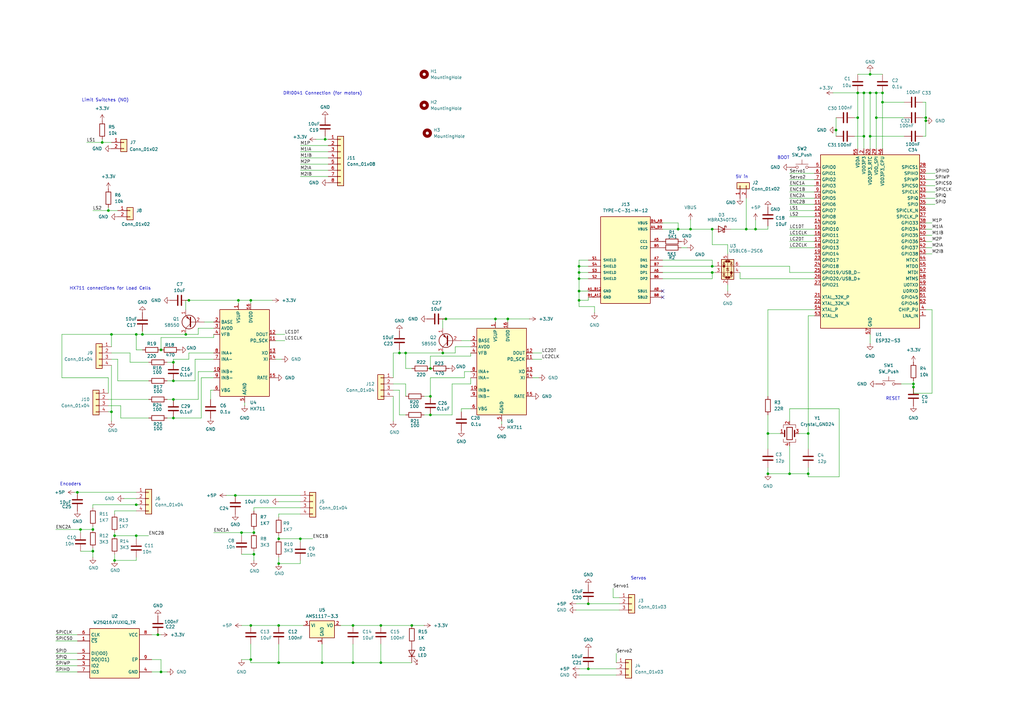
<source format=kicad_sch>
(kicad_sch (version 20231120) (generator "eeschema") (generator_version "8.0")
  (paper "A3")
  (junction (at 331.47 177.8))
  (junction (at 41.91 58.42))
  (junction (at 163.83 144.78))
  (junction (at 237.49 123.19))
  (junction (at 123.19 220.98))
  (junction (at 354.33 38.1))
  (junction (at 38.1 217.17))
  (junction (at 102.87 123.19))
  (junction (at 99.06 218.44))
  (junction (at 182.88 130.81))
  (junction (at 114.3 256.54))
  (junction (at 176.53 170.18))
  (junction (at 44.45 86.36))
  (junction (at 351.79 48.26))
  (junction (at 144.78 271.78))
  (junction (at 314.96 194.31))
  (junction (at 168.91 256.54))
  (junction (at 156.21 256.54))
  (junction (at 176.53 162.56))
  (junction (at 133.35 57.15))
  (junction (at 114.3 220.98))
  (junction (at 379.73 48.26))
  (junction (at 104.14 227.33))
  (junction (at 356.87 38.1))
  (junction (at 314.96 177.8))
  (junction (at 33.02 217.17))
  (junction (at 306.07 93.98))
  (junction (at 114.3 271.78))
  (junction (at 55.88 219.71))
  (junction (at 237.49 111.76))
  (junction (at 181.61 144.78))
  (junction (at 71.12 148.59))
  (junction (at 374.65 157.48))
  (junction (at 342.9 53.34))
  (junction (at 359.41 48.26))
  (junction (at 76.2 137.16))
  (junction (at 102.87 256.54))
  (junction (at 66.04 275.59))
  (junction (at 283.21 93.98))
  (junction (at 58.42 137.16))
  (junction (at 45.72 168.91))
  (junction (at 354.33 55.88))
  (junction (at 114.3 231.14))
  (junction (at 237.49 109.22))
  (junction (at 361.95 41.91))
  (junction (at 71.12 156.21))
  (junction (at 292.1 93.98))
  (junction (at 361.95 38.1))
  (junction (at 374.65 158.75))
  (junction (at 241.3 274.32))
  (junction (at 71.12 163.83))
  (junction (at 331.47 194.31))
  (junction (at 351.79 38.1))
  (junction (at 64.77 260.35))
  (junction (at 77.47 123.19))
  (junction (at 104.14 218.44))
  (junction (at 176.53 151.13))
  (junction (at 166.37 144.78))
  (junction (at 356.87 55.88))
  (junction (at 132.08 271.78))
  (junction (at 45.72 137.16))
  (junction (at 237.49 114.3))
  (junction (at 31.75 201.93))
  (junction (at 208.28 130.81))
  (junction (at 156.21 271.78))
  (junction (at 309.88 93.98))
  (junction (at 55.88 207.01))
  (junction (at 278.13 93.98))
  (junction (at 203.2 130.81))
  (junction (at 55.88 137.16))
  (junction (at 46.99 229.87))
  (junction (at 66.04 143.51))
  (junction (at 241.3 247.65))
  (junction (at 38.1 226.06))
  (junction (at 356.87 30.48))
  (junction (at 102.87 270.51))
  (junction (at 144.78 256.54))
  (junction (at 46.99 219.71))
  (junction (at 323.85 194.31))
  (junction (at 97.79 123.19))
  (junction (at 237.49 119.38))
  (junction (at 71.12 171.45))
  (junction (at 379.73 49.53))
  (junction (at 96.52 203.2))
  (junction (at 292.1 111.76))
  (junction (at 359.41 38.1))
  (junction (at 292.1 109.22))
  (no_connect (at 271.78 119.38))
  (no_connect (at 271.78 121.92))
  (wire (pts (xy 156.21 271.78) (xy 144.78 271.78)))
  (wire (pts (xy 303.53 114.3) (xy 303.53 111.76)))
  (wire (pts (xy 53.34 148.59) (xy 53.34 144.78)))
  (wire (pts (xy 241.3 119.38) (xy 237.49 119.38)))
  (wire (pts (xy 323.85 109.22) (xy 323.85 111.76)))
  (wire (pts (xy 62.23 275.59) (xy 66.04 275.59)))
  (wire (pts (xy 379.73 127) (xy 382.27 127)))
  (wire (pts (xy 163.83 170.18) (xy 163.83 160.02)))
  (wire (pts (xy 292.1 100.33) (xy 298.45 100.33)))
  (wire (pts (xy 62.23 270.51) (xy 66.04 270.51)))
  (wire (pts (xy 356.87 38.1) (xy 359.41 38.1)))
  (wire (pts (xy 237.49 123.19) (xy 237.49 125.73)))
  (wire (pts (xy 252.73 267.97) (xy 252.73 271.78)))
  (wire (pts (xy 236.22 247.65) (xy 241.3 247.65)))
  (wire (pts (xy 60.96 156.21) (xy 48.26 156.21)))
  (wire (pts (xy 237.49 274.32) (xy 241.3 274.32)))
  (wire (pts (xy 77.47 147.32) (xy 77.47 144.78)))
  (wire (pts (xy 102.87 123.19) (xy 102.87 124.46)))
  (wire (pts (xy 123.19 62.23) (xy 134.62 62.23)))
  (wire (pts (xy 66.04 138.43) (xy 66.04 143.51)))
  (wire (pts (xy 181.61 144.78) (xy 166.37 144.78)))
  (wire (pts (xy 99.06 218.44) (xy 104.14 218.44)))
  (wire (pts (xy 356.87 140.97) (xy 356.87 137.16)))
  (wire (pts (xy 113.03 137.16) (xy 116.84 137.16)))
  (wire (pts (xy 114.3 210.82) (xy 123.19 210.82)))
  (wire (pts (xy 176.53 154.94) (xy 176.53 162.56)))
  (wire (pts (xy 168.91 256.54) (xy 173.99 256.54)))
  (wire (pts (xy 203.2 130.81) (xy 208.28 130.81)))
  (wire (pts (xy 176.53 170.18) (xy 185.42 170.18)))
  (wire (pts (xy 327.66 177.8) (xy 331.47 177.8)))
  (wire (pts (xy 163.83 160.02) (xy 161.29 160.02)))
  (wire (pts (xy 271.78 93.98) (xy 278.13 93.98)))
  (wire (pts (xy 237.49 125.73) (xy 243.84 125.73)))
  (wire (pts (xy 30.48 201.93) (xy 31.75 201.93)))
  (wire (pts (xy 46.99 227.33) (xy 46.99 229.87)))
  (wire (pts (xy 161.29 144.78) (xy 163.83 144.78)))
  (wire (pts (xy 71.12 147.32) (xy 77.47 147.32)))
  (wire (pts (xy 64.77 260.35) (xy 62.23 260.35)))
  (wire (pts (xy 342.9 53.34) (xy 342.9 48.26)))
  (wire (pts (xy 359.41 38.1) (xy 361.95 38.1)))
  (wire (pts (xy 323.85 83.82) (xy 334.01 83.82)))
  (wire (pts (xy 251.46 241.3) (xy 251.46 245.11)))
  (wire (pts (xy 114.3 212.09) (xy 114.3 210.82)))
  (wire (pts (xy 323.85 101.6) (xy 334.01 101.6)))
  (wire (pts (xy 46.99 219.71) (xy 55.88 219.71)))
  (wire (pts (xy 173.99 162.56) (xy 176.53 162.56)))
  (wire (pts (xy 104.14 226.06) (xy 104.14 227.33)))
  (wire (pts (xy 41.91 57.15) (xy 41.91 58.42)))
  (wire (pts (xy 189.23 139.7) (xy 193.04 139.7)))
  (wire (pts (xy 77.47 123.19) (xy 97.79 123.19)))
  (wire (pts (xy 378.46 55.88) (xy 379.73 55.88)))
  (wire (pts (xy 193.04 157.48) (xy 193.04 154.94)))
  (wire (pts (xy 161.29 162.56) (xy 161.29 172.72)))
  (wire (pts (xy 190.5 152.4) (xy 193.04 152.4)))
  (wire (pts (xy 166.37 144.78) (xy 163.83 144.78)))
  (wire (pts (xy 166.37 144.78) (xy 166.37 151.13)))
  (wire (pts (xy 87.63 134.62) (xy 81.28 134.62)))
  (wire (pts (xy 45.72 137.16) (xy 55.88 137.16)))
  (wire (pts (xy 86.36 160.02) (xy 86.36 163.83)))
  (wire (pts (xy 323.85 172.72) (xy 323.85 167.64)))
  (wire (pts (xy 323.85 86.36) (xy 334.01 86.36)))
  (wire (pts (xy 156.21 271.78) (xy 156.21 264.16)))
  (wire (pts (xy 334.01 114.3) (xy 303.53 114.3)))
  (wire (pts (xy 205.74 172.72) (xy 205.74 173.99)))
  (wire (pts (xy 22.86 267.97) (xy 31.75 267.97)))
  (wire (pts (xy 176.53 154.94) (xy 190.5 154.94)))
  (wire (pts (xy 241.3 123.19) (xy 241.3 121.92)))
  (wire (pts (xy 193.04 142.24) (xy 186.69 142.24)))
  (wire (pts (xy 354.33 38.1) (xy 356.87 38.1)))
  (wire (pts (xy 379.73 78.74) (xy 383.54 78.74)))
  (wire (pts (xy 314.96 127) (xy 334.01 127)))
  (wire (pts (xy 99.06 218.44) (xy 99.06 219.71)))
  (wire (pts (xy 292.1 106.68) (xy 292.1 109.22)))
  (wire (pts (xy 351.79 38.1) (xy 351.79 48.26)))
  (wire (pts (xy 251.46 245.11) (xy 254 245.11)))
  (wire (pts (xy 114.3 220.98) (xy 114.3 219.71)))
  (wire (pts (xy 22.86 270.51) (xy 31.75 270.51)))
  (wire (pts (xy 379.73 96.52) (xy 382.27 96.52)))
  (wire (pts (xy 323.85 93.98) (xy 334.01 93.98)))
  (wire (pts (xy 22.86 275.59) (xy 31.75 275.59)))
  (wire (pts (xy 361.95 41.91) (xy 361.95 60.96)))
  (wire (pts (xy 283.21 90.17) (xy 283.21 93.98)))
  (wire (pts (xy 356.87 55.88) (xy 370.84 55.88)))
  (wire (pts (xy 378.46 48.26) (xy 379.73 48.26)))
  (wire (pts (xy 163.83 144.78) (xy 163.83 143.51)))
  (wire (pts (xy 369.57 157.48) (xy 374.65 157.48)))
  (wire (pts (xy 33.02 226.06) (xy 38.1 226.06)))
  (wire (pts (xy 306.07 93.98) (xy 309.88 93.98)))
  (wire (pts (xy 76.2 123.19) (xy 77.47 123.19)))
  (wire (pts (xy 323.85 99.06) (xy 334.01 99.06)))
  (wire (pts (xy 166.37 162.56) (xy 166.37 157.48)))
  (wire (pts (xy 50.8 204.47) (xy 55.88 204.47)))
  (wire (pts (xy 237.49 114.3) (xy 237.49 119.38)))
  (wire (pts (xy 309.88 93.98) (xy 314.96 93.98)))
  (wire (pts (xy 68.58 156.21) (xy 71.12 156.21)))
  (wire (pts (xy 99.06 227.33) (xy 104.14 227.33)))
  (wire (pts (xy 243.84 125.73) (xy 243.84 128.27)))
  (wire (pts (xy 55.88 219.71) (xy 55.88 220.98)))
  (wire (pts (xy 87.63 138.43) (xy 87.63 137.16)))
  (wire (pts (xy 123.19 220.98) (xy 123.19 222.25)))
  (wire (pts (xy 81.28 137.16) (xy 76.2 137.16)))
  (wire (pts (xy 114.3 205.74) (xy 123.19 205.74)))
  (wire (pts (xy 292.1 111.76) (xy 292.1 114.3)))
  (wire (pts (xy 241.3 274.32) (xy 252.73 274.32)))
  (wire (pts (xy 71.12 156.21) (xy 80.01 156.21)))
  (wire (pts (xy 80.01 147.32) (xy 87.63 147.32)))
  (wire (pts (xy 38.1 224.79) (xy 38.1 226.06)))
  (wire (pts (xy 271.78 109.22) (xy 292.1 109.22)))
  (wire (pts (xy 281.94 101.6) (xy 279.4 101.6)))
  (wire (pts (xy 237.49 276.86) (xy 252.73 276.86)))
  (wire (pts (xy 374.65 161.29) (xy 374.65 158.75)))
  (wire (pts (xy 55.88 137.16) (xy 58.42 137.16)))
  (wire (pts (xy 66.04 260.35) (xy 64.77 260.35)))
  (wire (pts (xy 189.23 167.64) (xy 193.04 167.64)))
  (wire (pts (xy 237.49 106.68) (xy 237.49 109.22)))
  (wire (pts (xy 303.53 109.22) (xy 323.85 109.22)))
  (wire (pts (xy 218.44 154.94) (xy 220.98 154.94)))
  (wire (pts (xy 123.19 229.87) (xy 123.19 231.14)))
  (wire (pts (xy 114.3 271.78) (xy 132.08 271.78)))
  (wire (pts (xy 55.88 207.01) (xy 57.15 207.01)))
  (wire (pts (xy 241.3 247.65) (xy 254 247.65)))
  (wire (pts (xy 133.35 57.15) (xy 134.62 57.15)))
  (wire (pts (xy 46.99 210.82) (xy 46.99 209.55)))
  (wire (pts (xy 168.91 271.78) (xy 156.21 271.78)))
  (wire (pts (xy 237.49 111.76) (xy 241.3 111.76)))
  (wire (pts (xy 309.88 90.17) (xy 309.88 93.98)))
  (wire (pts (xy 314.96 93.98) (xy 314.96 92.71)))
  (wire (pts (xy 379.73 93.98) (xy 382.27 93.98)))
  (wire (pts (xy 22.86 273.05) (xy 31.75 273.05)))
  (wire (pts (xy 374.65 156.21) (xy 374.65 157.48)))
  (wire (pts (xy 361.95 41.91) (xy 370.84 41.91)))
  (wire (pts (xy 114.3 220.98) (xy 123.19 220.98)))
  (wire (pts (xy 350.52 48.26) (xy 351.79 48.26)))
  (wire (pts (xy 166.37 170.18) (xy 163.83 170.18)))
  (wire (pts (xy 320.04 177.8) (xy 314.96 177.8)))
  (wire (pts (xy 193.04 144.78) (xy 193.04 146.05)))
  (wire (pts (xy 379.73 41.91) (xy 378.46 41.91)))
  (wire (pts (xy 104.14 208.28) (xy 104.14 209.55)))
  (wire (pts (xy 38.1 207.01) (xy 55.88 207.01)))
  (wire (pts (xy 102.87 123.19) (xy 111.76 123.19)))
  (wire (pts (xy 379.73 81.28) (xy 383.54 81.28)))
  (wire (pts (xy 379.73 99.06) (xy 382.27 99.06)))
  (wire (pts (xy 331.47 129.54) (xy 331.47 177.8)))
  (wire (pts (xy 33.02 217.17) (xy 38.1 217.17)))
  (wire (pts (xy 123.19 220.98) (xy 128.27 220.98)))
  (wire (pts (xy 186.69 142.24) (xy 186.69 144.78)))
  (wire (pts (xy 379.73 48.26) (xy 379.73 49.53)))
  (wire (pts (xy 25.4 154.94) (xy 25.4 137.16)))
  (wire (pts (xy 190.5 154.94) (xy 190.5 152.4)))
  (wire (pts (xy 58.42 137.16) (xy 58.42 135.89)))
  (wire (pts (xy 87.63 152.4) (xy 81.28 152.4)))
  (wire (pts (xy 113.03 147.32) (xy 115.57 147.32)))
  (wire (pts (xy 314.96 127) (xy 314.96 162.56)))
  (wire (pts (xy 44.45 161.29) (xy 44.45 154.94)))
  (wire (pts (xy 161.29 144.78) (xy 161.29 154.94)))
  (wire (pts (xy 299.72 93.98) (xy 306.07 93.98)))
  (wire (pts (xy 44.45 85.09) (xy 44.45 86.36)))
  (wire (pts (xy 323.85 111.76) (xy 334.01 111.76)))
  (wire (pts (xy 185.42 157.48) (xy 193.04 157.48)))
  (wire (pts (xy 102.87 270.51) (xy 102.87 271.78)))
  (wire (pts (xy 323.85 78.74) (xy 334.01 78.74)))
  (wire (pts (xy 356.87 29.21) (xy 356.87 30.48)))
  (wire (pts (xy 113.03 139.7) (xy 116.84 139.7)))
  (wire (pts (xy 354.33 38.1) (xy 354.33 55.88)))
  (wire (pts (xy 44.45 168.91) (xy 45.72 168.91)))
  (wire (pts (xy 166.37 157.48) (xy 161.29 157.48)))
  (wire (pts (xy 218.44 147.32) (xy 222.25 147.32)))
  (wire (pts (xy 46.99 209.55) (xy 55.88 209.55)))
  (wire (pts (xy 123.19 69.85) (xy 134.62 69.85)))
  (wire (pts (xy 38.1 215.9) (xy 38.1 217.17)))
  (wire (pts (xy 237.49 111.76) (xy 237.49 114.3)))
  (wire (pts (xy 292.1 93.98) (xy 292.1 100.33)))
  (wire (pts (xy 173.99 170.18) (xy 176.53 170.18)))
  (wire (pts (xy 356.87 55.88) (xy 356.87 60.96)))
  (wire (pts (xy 306.07 93.98) (xy 306.07 81.28)))
  (wire (pts (xy 41.91 58.42) (xy 45.72 58.42)))
  (wire (pts (xy 374.65 158.75) (xy 374.65 157.48)))
  (wire (pts (xy 46.99 219.71) (xy 46.99 218.44)))
  (wire (pts (xy 45.72 168.91) (xy 45.72 172.72)))
  (wire (pts (xy 237.49 114.3) (xy 241.3 114.3)))
  (wire (pts (xy 22.86 262.89) (xy 31.75 262.89)))
  (wire (pts (xy 361.95 38.1) (xy 361.95 41.91)))
  (wire (pts (xy 123.19 64.77) (xy 134.62 64.77)))
  (wire (pts (xy 86.36 160.02) (xy 87.63 160.02)))
  (wire (pts (xy 100.33 165.1) (xy 100.33 166.37)))
  (wire (pts (xy 35.56 58.42) (xy 41.91 58.42)))
  (wire (pts (xy 87.63 218.44) (xy 99.06 218.44)))
  (wire (pts (xy 133.35 55.88) (xy 133.35 57.15)))
  (wire (pts (xy 331.47 195.58) (xy 331.47 194.31)))
  (wire (pts (xy 92.71 203.2) (xy 96.52 203.2)))
  (wire (pts (xy 271.78 114.3) (xy 292.1 114.3)))
  (wire (pts (xy 104.14 217.17) (xy 104.14 218.44)))
  (wire (pts (xy 176.53 146.05) (xy 176.53 151.13)))
  (wire (pts (xy 132.08 264.16) (xy 132.08 271.78)))
  (wire (pts (xy 44.45 163.83) (xy 60.96 163.83)))
  (wire (pts (xy 123.19 72.39) (xy 134.62 72.39)))
  (wire (pts (xy 45.72 149.86) (xy 45.72 168.91)))
  (wire (pts (xy 379.73 49.53) (xy 379.73 55.88)))
  (wire (pts (xy 99.06 270.51) (xy 102.87 270.51)))
  (wire (pts (xy 323.85 194.31) (xy 331.47 194.31)))
  (wire (pts (xy 382.27 127) (xy 382.27 161.29)))
  (wire (pts (xy 331.47 191.77) (xy 331.47 194.31)))
  (wire (pts (xy 99.06 256.54) (xy 102.87 256.54)))
  (wire (pts (xy 82.55 154.94) (xy 82.55 171.45)))
  (wire (pts (xy 123.19 59.69) (xy 134.62 59.69)))
  (wire (pts (xy 55.88 137.16) (xy 55.88 143.51)))
  (wire (pts (xy 81.28 152.4) (xy 81.28 163.83)))
  (wire (pts (xy 237.49 109.22) (xy 237.49 111.76)))
  (wire (pts (xy 55.88 219.71) (xy 60.96 219.71)))
  (wire (pts (xy 97.79 123.19) (xy 102.87 123.19)))
  (wire (pts (xy 181.61 130.81) (xy 182.88 130.81)))
  (wire (pts (xy 237.49 109.22) (xy 241.3 109.22)))
  (wire (pts (xy 350.52 55.88) (xy 354.33 55.88)))
  (wire (pts (xy 182.88 130.81) (xy 203.2 130.81)))
  (wire (pts (xy 331.47 129.54) (xy 334.01 129.54)))
  (wire (pts (xy 203.2 130.81) (xy 203.2 132.08)))
  (wire (pts (xy 58.42 143.51) (xy 55.88 143.51)))
  (wire (pts (xy 38.1 207.01) (xy 38.1 208.28)))
  (wire (pts (xy 68.58 148.59) (xy 71.12 148.59)))
  (wire (pts (xy 25.4 137.16) (xy 45.72 137.16)))
  (wire (pts (xy 298.45 116.84) (xy 298.45 119.38)))
  (wire (pts (xy 379.73 71.12) (xy 383.54 71.12)))
  (wire (pts (xy 71.12 147.32) (xy 71.12 148.59)))
  (wire (pts (xy 379.73 101.6) (xy 382.27 101.6)))
  (wire (pts (xy 97.79 123.19) (xy 97.79 124.46)))
  (wire (pts (xy 114.3 228.6) (xy 114.3 231.14)))
  (wire (pts (xy 292.1 111.76) (xy 293.37 111.76)))
  (wire (pts (xy 356.87 38.1) (xy 356.87 55.88)))
  (wire (pts (xy 379.73 83.82) (xy 383.54 83.82)))
  (wire (pts (xy 314.96 177.8) (xy 314.96 184.15)))
  (wire (pts (xy 351.79 30.48) (xy 356.87 30.48)))
  (wire (pts (xy 344.17 167.64) (xy 344.17 195.58)))
  (wire (pts (xy 185.42 170.18) (xy 185.42 157.48)))
  (wire (pts (xy 208.28 130.81) (xy 208.28 132.08)))
  (wire (pts (xy 144.78 256.54) (xy 156.21 256.54)))
  (wire (pts (xy 77.47 144.78) (xy 87.63 144.78)))
  (wire (pts (xy 241.3 106.68) (xy 237.49 106.68)))
  (wire (pts (xy 33.02 217.17) (xy 33.02 218.44)))
  (wire (pts (xy 344.17 195.58) (xy 331.47 195.58)))
  (wire (pts (xy 359.41 48.26) (xy 370.84 48.26)))
  (wire (pts (xy 237.49 123.19) (xy 241.3 123.19)))
  (wire (pts (xy 342.9 55.88) (xy 342.9 53.34)))
  (wire (pts (xy 45.72 137.16) (xy 45.72 142.24)))
  (wire (pts (xy 102.87 264.16) (xy 102.87 270.51)))
  (wire (pts (xy 144.78 271.78) (xy 132.08 271.78)))
  (wire (pts (xy 123.19 231.14) (xy 114.3 231.14)))
  (wire (pts (xy 80.01 156.21) (xy 80.01 147.32)))
  (wire (pts (xy 379.73 104.14) (xy 382.27 104.14)))
  (wire (pts (xy 55.88 229.87) (xy 46.99 229.87)))
  (wire (pts (xy 87.63 138.43) (xy 66.04 138.43)))
  (wire (pts (xy 271.78 91.44) (xy 278.13 91.44)))
  (wire (pts (xy 323.85 182.88) (xy 323.85 194.31)))
  (wire (pts (xy 379.73 41.91) (xy 379.73 48.26)))
  (wire (pts (xy 22.86 217.17) (xy 33.02 217.17)))
  (wire (pts (xy 356.87 30.48) (xy 361.95 30.48)))
  (wire (pts (xy 278.13 93.98) (xy 283.21 93.98)))
  (wire (pts (xy 323.85 167.64) (xy 344.17 167.64)))
  (wire (pts (xy 323.85 76.2) (xy 334.01 76.2)))
  (wire (pts (xy 283.21 93.98) (xy 292.1 93.98)))
  (wire (pts (xy 323.85 194.31) (xy 314.96 194.31)))
  (wire (pts (xy 208.28 130.81) (xy 217.17 130.81)))
  (wire (pts (xy 38.1 226.06) (xy 38.1 228.6)))
  (wire (pts (xy 181.61 130.81) (xy 181.61 134.62)))
  (wire (pts (xy 83.82 132.08) (xy 87.63 132.08)))
  (wire (pts (xy 271.78 106.68) (xy 292.1 106.68)))
  (wire (pts (xy 314.96 191.77) (xy 314.96 194.31)))
  (wire (pts (xy 55.88 228.6) (xy 55.88 229.87)))
  (wire (pts (xy 168.91 151.13) (xy 166.37 151.13)))
  (wire (pts (xy 123.19 67.31) (xy 134.62 67.31)))
  (wire (pts (xy 68.58 163.83) (xy 71.12 163.83)))
  (wire (pts (xy 351.79 38.1) (xy 354.33 38.1)))
  (wire (pts (xy 114.3 256.54) (xy 124.46 256.54)))
  (wire (pts (xy 104.14 208.28) (xy 123.19 208.28)))
  (wire (pts (xy 236.22 250.19) (xy 254 250.19)))
  (wire (pts (xy 38.1 86.36) (xy 44.45 86.36)))
  (wire (pts (xy 87.63 154.94) (xy 82.55 154.94)))
  (wire (pts (xy 49.53 171.45) (xy 49.53 166.37)))
  (wire (pts (xy 354.33 55.88) (xy 354.33 60.96)))
  (wire (pts (xy 71.12 171.45) (xy 82.55 171.45)))
  (wire (pts (xy 129.54 57.15) (xy 133.35 57.15)))
  (wire (pts (xy 76.2 123.19) (xy 76.2 127)))
  (wire (pts (xy 48.26 147.32) (xy 45.72 147.32)))
  (wire (pts (xy 379.73 91.44) (xy 382.27 91.44)))
  (wire (pts (xy 102.87 271.78) (xy 114.3 271.78)))
  (wire (pts (xy 53.34 144.78) (xy 45.72 144.78)))
  (wire (pts (xy 323.85 81.28) (xy 334.01 81.28)))
  (wire (pts (xy 341.63 38.1) (xy 351.79 38.1)))
  (wire (pts (xy 66.04 275.59) (xy 68.58 275.59)))
  (wire (pts (xy 379.73 73.66) (xy 383.54 73.66)))
  (wire (pts (xy 58.42 137.16) (xy 76.2 137.16)))
  (wire (pts (xy 44.45 154.94) (xy 25.4 154.94)))
  (wire (pts (xy 189.23 167.64) (xy 189.23 168.91)))
  (wire (pts (xy 186.69 144.78) (xy 181.61 144.78)))
  (wire (pts (xy 298.45 100.33) (xy 298.45 104.14)))
  (wire (pts (xy 278.13 91.44) (xy 278.13 93.98)))
  (wire (pts (xy 379.73 76.2) (xy 383.54 76.2)))
  (wire (pts (xy 323.85 73.66) (xy 334.01 73.66)))
  (wire (pts (xy 144.78 271.78) (xy 144.78 264.16)))
  (wire (pts (xy 104.14 227.33) (xy 104.14 229.87)))
  (wire (pts (xy 71.12 163.83) (xy 81.28 163.83)))
  (wire (pts (xy 292.1 109.22) (xy 293.37 109.22)))
  (wire (pts (xy 31.75 260.35) (xy 22.86 260.35)))
  (wire (pts (xy 359.41 38.1) (xy 359.41 48.26)))
  (wire (pts (xy 44.45 86.36) (xy 48.26 86.36)))
  (wire (pts (xy 331.47 177.8) (xy 331.47 184.15)))
  (wire (pts (xy 114.3 264.16) (xy 114.3 271.78)))
  (wire (pts (xy 139.7 256.54) (xy 144.78 256.54)))
  (wire (pts (xy 68.58 171.45) (xy 71.12 171.45)))
  (wire (pts (xy 66.04 270.51) (xy 66.04 275.59)))
  (wire (pts (xy 48.26 156.21) (xy 48.26 147.32)))
  (wire (pts (xy 314.96 170.18) (xy 314.96 177.8)))
  (wire (pts (xy 44.45 166.37) (xy 49.53 166.37)))
  (wire (pts (xy 31.75 201.93) (xy 55.88 201.93)))
  (wire (pts (xy 323.85 88.9) (xy 334.01 88.9)))
  (wire (pts (xy 81.28 134.62) (xy 81.28 137.16)))
  (wire (pts (xy 60.96 171.45) (xy 49.53 171.45)))
  (wire (pts (xy 374.65 161.29) (xy 382.27 161.29)))
  (wire (pts (xy 271.78 111.76) (xy 292.1 111.76)))
  (wire (pts (xy 102.87 256.54) (xy 114.3 256.54)))
  (wire (pts (xy 53.34 148.59) (xy 60.96 148.59)))
  (wire (pts (xy 218.44 144.78) (xy 222.25 144.78)))
  (wire (pts (xy 96.52 203.2) (xy 123.19 203.2)))
  (wire (pts (xy 351.79 48.26) (xy 351.79 60.96)))
  (wire (pts (xy 156.21 256.54) (xy 168.91 256.54)))
  (wire (pts (xy 323.85 96.52) (xy 334.01 96.52)))
  (wire (pts (xy 193.04 146.05) (xy 176.53 146.05)))
  (wire (pts (xy 359.41 48.26) (xy 359.41 60.96)))
  (wire (pts (xy 323.85 71.12) (xy 334.01 71.12)))
  (wire (pts (xy 237.49 119.38) (xy 237.49 123.19)))
  (text "BOOT\n" (at 321.31 64.77 0) (effects (font (size 1.27 1.27))))
  (text "DRI0041 Connection (for motors)\n" (at 132.334 38.354 0) (effects (font (size 1.27 1.27))))
  (text "Servos\n" (at 261.874 237.236 0) (effects (font (size 1.27 1.27))))
  (text "Encoders\n" (at 28.956 198.628 0) (effects (font (size 1.27 1.27))))
  (text "5V in\n" (at 304.292 72.644 0) (effects (font (size 1.27 1.27))))
  (text "Limit Switches (NO)\n" (at 43.18 41.148 0) (effects (font (size 1.27 1.27))))
  (text "RESET\n" (at 366.268 163.576 0) (effects (font (size 1.27 1.27))))
  (text "HX711 connections for Load Cells\n" (at 45.212 118.364 0) (effects (font (size 1.27 1.27))))
  (label "SPIQ" (at 22.86 270.51 0))
  (label "ENC2B" (at 60.96 219.71 0))
  (label "M2IA" (at 382.27 101.6 0))
  (label "ENC1A" (at 323.85 76.2 0))
  (label "SPICLK" (at 22.86 260.35 0))
  (label "ENC2A" (at 22.86 217.17 0))
  (label "SPIWP" (at 22.86 273.05 0))
  (label "SPICLK" (at 383.54 78.74 0))
  (label "ENC2A" (at 323.85 81.28 0))
  (label "LC1CLK" (at 116.84 139.7 0))
  (label "LC2DT" (at 222.25 144.78 0))
  (label "LC2DT" (at 323.85 99.06 0))
  (label "SPICS0" (at 383.54 76.2 0))
  (label "M1IA" (at 123.19 62.23 0))
  (label "M2IB" (at 123.19 72.39 0))
  (label "M1IB" (at 123.19 64.77 0))
  (label "M1P" (at 123.19 59.69 0))
  (label "Servo2" (at 252.73 267.97 0))
  (label "Servo2" (at 323.85 73.66 0))
  (label "M2IB" (at 382.27 104.14 0))
  (label "Servo1" (at 323.85 71.12 0))
  (label "M1IA" (at 382.27 93.98 0))
  (label "SPID" (at 22.86 267.97 0))
  (label "M1IB" (at 382.27 96.52 0))
  (label "LS1" (at 35.56 58.42 0))
  (label "SPIWP" (at 383.54 73.66 0))
  (label "ENC1B" (at 128.27 220.98 0))
  (label "M2P" (at 123.19 67.31 0))
  (label "ENC1A" (at 87.63 218.44 0))
  (label "ENC1B" (at 323.85 78.74 0))
  (label "SPIQ" (at 383.54 81.28 0))
  (label "SPICS0" (at 22.86 262.89 0))
  (label "M2P" (at 382.27 99.06 0))
  (label "M1P" (at 382.27 91.44 0))
  (label "LS2" (at 323.85 88.9 0))
  (label "LC2CLK" (at 323.85 101.6 0))
  (label "SPIHD" (at 383.54 71.12 0))
  (label "LC1DT" (at 323.85 93.98 0))
  (label "SPIHD" (at 22.86 275.59 0))
  (label "LC2CLK" (at 222.25 147.32 0))
  (label "SPID" (at 383.54 83.82 0))
  (label "LS2" (at 38.1 86.36 0))
  (label "M2IA" (at 123.19 69.85 0))
  (label "LS1" (at 323.85 86.36 0))
  (label "LC1DT" (at 116.84 137.16 0))
  (label "Servo1" (at 251.46 241.3 0))
  (label "ENC2B" (at 323.85 83.82 0))
  (label "LC1CLK" (at 323.85 96.52 0))
  (symbol (lib_id "Device:C") (at 55.88 224.79 0) (unit 1)
    (property "Reference" "C11" (at 59.182 223.774 0) (effects (justify left)))
    (property "Value" "10n" (at 58.42 226.314 0) (effects (justify left)))
    (property "Footprint" "Capacitor_SMD:C_0805_2012Metric" (effects (hide yes)))
    (property "Description" "Unpolarized capacitor" (effects (hide yes)))
  )
  (symbol (lib_id "Connector_Generic:Conn_01x04") (at 40.64 144.78 0) (mirror y) (unit 1)
    (property "Reference" "J9" (at 38.1 144.7799 0) (effects (justify left)))
    (property "Value" "Conn_01x04" (at 38.1 147.3199 0) (effects (justify left)))
    (property "Footprint" "Connector_JST:JST_GH_SM04B-GHS-TB_1x04-1MP_P1.25mm_Horizontal" (effects (hide yes)))
    (property "Description" "Generic connector, single row, 01x04, script generated (kicad-library-utils/schlib/autogen/connector/)" (effects (hide yes)))
  )
  (symbol (lib_id "Device:R") (at 46.99 214.63 0) (unit 1)
    (property "Reference" "R13" (at 48.768 213.36 0) (effects (justify left)))
    (property "Value" "1K7" (at 48.768 215.9 0) (effects (justify left)))
    (property "Footprint" "Resistor_SMD:R_0805_2012Metric" (effects (hide yes)))
    (property "Description" "Resistor" (effects (hide yes)))
  )
  (symbol (lib_id "Switch:SW_Push") (at 364.49 157.48 0) (unit 1)
    (property "Reference" "SW1" (at 364.49 149.86 0))
    (property "Value" "SW_Push" (at 364.49 152.4 0))
    (property "Footprint" "footprints:PTS645SK43SMTR92LFS" (effects (hide yes)))
    (property "Description" "Push button switch, generic, two pins" (effects (hide yes)))
  )
  (symbol (lib_id "Device:C") (at 346.71 55.88 90) (unit 1)
    (property "Reference" "C31" (at 341.376 59.436 90))
    (property "Value" "100nF" (at 346.456 59.436 90))
    (property "Footprint" "Capacitor_SMD:C_0805_2012Metric" (effects (hide yes)))
    (property "Description" "Unpolarized capacitor" (effects (hide yes)))
  )
  (symbol (lib_id "power:+3.3V") (at 44.45 77.47 0) (unit 1)
    (property "Reference" "#PWR032" (effects (hide yes)))
    (property "Value" "+3.3V" (at 44.45 72.39 0))
    (property "Description" "Power symbol creates a global label with name \"+3.3V\"" (effects (hide yes)))
  )
  (symbol (lib_id "Device:C") (at 241.3 243.84 0) (mirror y) (unit 1)
    (property "Reference" "C20" (at 236.728 245.11 0))
    (property "Value" "10uF" (at 236.728 242.57 0))
    (property "Footprint" "Capacitor_SMD:C_0805_2012Metric" (effects (hide yes)))
    (property "Description" "Unpolarized capacitor" (effects (hide yes)))
  )
  (symbol (lib_id "W25Q16JVUXIQ_TR:W25Q16JVUXIQ_TR") (at 46.99 260.35 0) (unit 1)
    (property "Reference" "U2" (at 46.99 252.73 0))
    (property "Value" "W25Q16JVUXIQ_TR" (at 46.99 255.27 0))
    (property "Footprint" "Package_SON:Winbond_USON-8-1EP_3x2mm_P0.5mm_EP0.2x1.6mm" (effects (hide yes)))
    (property "Datasheet" "https://componentsearchengine.com/Datasheets/1/W25Q16JVUXIQ TR.pdf" (effects (hide yes)))
    (property "Description" "NOR Flash spiFlash, 3V, 16M-bit, 4Kb Uniform Sector, DTR" (effects (hide yes)))
    (property "Height" "0.6" (effects (hide yes)))
    (property "Manufacturer_Name" "Winbond" (effects (hide yes)))
    (property "Manufacturer_Part_Number" "W25Q16JVUXIQ TR" (effects (hide yes)))
    (property "Mouser Part Number" "454-W25Q16JVUXIQTR" (effects (hide yes)))
    (property "Mouser Price/Stock" "https://www.mouser.co.uk/ProductDetail/Winbond/W25Q16JVUXIQ-TR?qs=qSfuJ%252Bfl%2Fd7SDdIHLGOd1g%3D%3D" (effects (hide yes)))
    (property "Arrow Part Number" "W25Q16JVUXIQ TR" (effects (hide yes)))
    (property "Arrow Price/Stock" "https://www.arrow.com/en/products/w25q16jvuxiqtr/winbond-electronics?region=nac" (effects (hide yes)))
    (property "W25Q16JVUXIQ_TR" "C2843335" (effects (hide yes)))
  )
  (symbol (lib_id "Device:C") (at 176.53 166.37 0) (unit 1)
    (property "Reference" "C26" (at 179.578 165.354 0) (effects (justify left)))
    (property "Value" "0.1uF" (at 179.07 167.64 0) (effects (justify left)))
    (property "Footprint" "Capacitor_SMD:C_0805_2012Metric" (effects (hide yes)))
    (property "Description" "Unpolarized capacitor" (effects (hide yes)))
  )
  (symbol (lib_id "power:GND") (at 243.84 128.27 0) (unit 1)
    (property "Reference" "#PWR02" (effects (hide yes)))
    (property "Value" "GND" (at 243.84 133.35 0))
    (property "Description" "Power symbol creates a global label with name \"GND\" , ground" (effects (hide yes)))
  )
  (symbol (lib_id "power:GND") (at 218.44 162.56 90) (unit 1)
    (property "Reference" "#PWR064" (effects (hide yes)))
    (property "Value" "GND" (at 222.25 162.5599 90) (effects (justify right)))
    (property "Description" "Power symbol creates a global label with name \"GND\" , ground" (effects (hide yes)))
  )
  (symbol (lib_id "Connector_Generic:Conn_01x04") (at 128.27 205.74 0) (unit 1)
    (property "Reference" "J5" (at 130.81 205.7399 0) (effects (justify left)))
    (property "Value" "Conn_01x04" (at 130.81 208.2799 0) (effects (justify left)))
    (property "Footprint" "Connector_JST:JST_GH_SM04B-GHS-TB_1x04-1MP_P1.25mm_Horizontal" (effects (hide yes)))
    (property "Description" "Generic connector, single row, 01x04, script generated (kicad-library-utils/schlib/autogen/connector/)" (effects (hide yes)))
  )
  (symbol (lib_id "power:GND") (at 303.53 81.28 0) (unit 1)
    (property "Reference" "#PWR05" (effects (hide yes)))
    (property "Value" "GND" (at 299.72 83.058 0))
    (property "Description" "Power symbol creates a global label with name \"GND\" , ground" (effects (hide yes)))
  )
  (symbol (lib_id "Device:R") (at 41.91 53.34 0) (unit 1)
    (property "Reference" "R5" (at 44.45 52.0699 0) (effects (justify left)))
    (property "Value" "10k" (at 44.45 54.6099 0) (effects (justify left)))
    (property "Footprint" "Resistor_SMD:R_0805_2012Metric" (effects (hide yes)))
    (property "Description" "Resistor" (effects (hide yes)))
  )
  (symbol (lib_id "Device:R") (at 168.91 260.35 0) (unit 1)
    (property "Reference" "R15" (at 171.45 259.0799 0) (effects (justify left)))
    (property "Value" "1K" (at 171.45 261.6199 0) (effects (justify left)))
    (property "Footprint" "Resistor_SMD:R_0805_2012Metric" (effects (hide yes)))
    (property "Description" "Resistor" (effects (hide yes)))
  )
  (symbol (lib_id "Device:C") (at 144.78 260.35 0) (unit 1)
    (property "Reference" "C14" (at 148.59 259.0799 0) (effects (justify left)))
    (property "Value" "10uF" (at 148.59 261.6199 0) (effects (justify left)))
    (property "Footprint" "Capacitor_SMD:C_0805_2012Metric" (effects (hide yes)))
    (property "Description" "Unpolarized capacitor" (effects (hide yes)))
  )
  (symbol (lib_id "Device:D_Schottky") (at 295.91 93.98 0) (mirror y) (unit 1)
    (property "Reference" "D3" (at 295.91 88.138 0))
    (property "Value" "MBRA340T3G" (at 296.2275 90.17 0))
    (property "Footprint" "Diode_SMD:D_SMA" (effects (hide yes)))
    (property "Description" "Schottky diode" (effects (hide yes)))
  )
  (symbol (lib_id "Device:R") (at 170.18 162.56 90) (unit 1)
    (property "Reference" "R20" (at 169.926 164.846 90))
    (property "Value" "100" (at 169.926 166.624 90))
    (property "Footprint" "Resistor_SMD:R_0805_2012Metric" (effects (hide yes)))
    (property "Description" "Resistor" (effects (hide yes)))
  )
  (symbol (lib_id "power:GND") (at 86.36 171.45 0) (unit 1)
    (property "Reference" "#PWR020" (effects (hide yes)))
    (property "Value" "GND" (at 86.36 176.022 0))
    (property "Description" "Power symbol creates a global label with name \"GND\" , ground" (effects (hide yes)))
  )
  (symbol (lib_id "Device:R") (at 180.34 151.13 90) (unit 1)
    (property "Reference" "R23" (at 180.086 149.098 90))
    (property "Value" "470" (at 180.34 153.162 90))
    (property "Footprint" "Resistor_SMD:R_0805_2012Metric" (effects (hide yes)))
    (property "Description" "Resistor" (effects (hide yes)))
  )
  (symbol (lib_id "Device:C") (at 64.77 256.54 0) (mirror y) (unit 1)
    (property "Reference" "C22" (at 69.85 257.048 0))
    (property "Value" "100nF" (at 70.358 255.016 0))
    (property "Footprint" "Capacitor_SMD:C_0805_2012Metric" (effects (hide yes)))
    (property "Description" "Unpolarized capacitor" (effects (hide yes)))
  )
  (symbol (lib_id "Device:C") (at 314.96 187.96 0) (unit 1)
    (property "Reference" "C3" (at 318.008 186.436 0) (effects (justify left)))
    (property "Value" "12p" (at 318.008 188.976 0) (effects (justify left)))
    (property "Footprint" "Capacitor_SMD:C_0805_2012Metric" (effects (hide yes)))
    (property "Description" "Unpolarized capacitor" (effects (hide yes)))
  )
  (symbol (lib_id "Transistor_BJT:S8550") (at 184.15 139.7 180) (unit 1)
    (property "Reference" "Q2" (at 179.07 138.4299 0) (effects (justify left)))
    (property "Value" "S8550" (at 179.07 140.9699 0) (effects (justify left)))
    (property "Footprint" "Package_TO_SOT_THT:TO-92_Inline" (effects (hide yes)))
    (property "Datasheet" "http://www.unisonic.com.tw/datasheet/S8550.pdf" (effects (hide yes)))
    (property "Description" "0.7A Ic, 20V Vce, Low Voltage High Current PNP Transistor, TO-92" (effects (hide yes)))
  )
  (symbol (lib_id "Device:C") (at 346.71 48.26 90) (unit 1)
    (property "Reference" "C30" (at 341.376 44.45 90))
    (property "Value" "100nF" (at 346.71 44.196 90))
    (property "Footprint" "Capacitor_SMD:C_0805_2012Metric" (effects (hide yes)))
    (property "Description" "Unpolarized capacitor" (effects (hide yes)))
  )
  (symbol (lib_id "Device:C") (at 374.65 48.26 270) (mirror x) (unit 1)
    (property "Reference" "C32" (at 371.348 49.53 90))
    (property "Value" "100nF" (at 371.856 51.562 90))
    (property "Footprint" "Capacitor_SMD:C_0805_2012Metric" (effects (hide yes)))
    (property "Description" "Unpolarized capacitor" (effects (hide yes)))
  )
  (symbol (lib_id "power:GND") (at 236.22 250.19 270) (unit 1)
    (property "Reference" "#PWR014" (effects (hide yes)))
    (property "Value" "GND" (at 232.41 250.1899 90) (effects (justify right)))
    (property "Description" "Power symbol creates a global label with name \"GND\" , ground" (effects (hide yes)))
  )
  (symbol (lib_id "Device:Crystal_GND24") (at 323.85 177.8 0) (unit 1)
    (property "Reference" "Y1" (at 335.28 171.4814 0))
    (property "Value" "Crystal_GND24" (at 335.28 174.0214 0))
    (property "Footprint" "Crystal:Crystal_SMD_3225-4Pin_3.2x2.5mm" (effects (hide yes)))
    (property "Description" "Four pin crystal, GND on pins 2 and 4" (effects (hide yes)))
  )
  (symbol (lib_id "power:GND") (at 314.96 194.31 0) (unit 1)
    (property "Reference" "#PWR09" (effects (hide yes)))
    (property "Value" "GND" (at 314.96 199.39 0))
    (property "Description" "Power symbol creates a global label with name \"GND\" , ground" (effects (hide yes)))
  )
  (symbol (lib_id "Device:R") (at 104.14 213.36 0) (unit 1)
    (property "Reference" "R7" (at 106.68 212.0899 0) (effects (justify left)))
    (property "Value" "1K7" (at 106.68 214.6299 0) (effects (justify left)))
    (property "Footprint" "Resistor_SMD:R_0805_2012Metric" (effects (hide yes)))
    (property "Description" "Resistor" (effects (hide yes)))
  )
  (symbol (lib_id "Device:C") (at 189.23 172.72 0) (unit 1)
    (property "Reference" "C28" (at 193.04 171.4499 0) (effects (justify left)))
    (property "Value" "0.1u" (at 193.04 173.9899 0) (effects (justify left)))
    (property "Footprint" "Capacitor_SMD:C_0805_2012Metric" (effects (hide yes)))
    (property "Description" "Unpolarized capacitor" (effects (hide yes)))
  )
  (symbol (lib_id "Device:C") (at 241.3 270.51 0) (mirror y) (unit 1)
    (property "Reference" "C21" (at 236.728 271.78 0))
    (property "Value" "10uF" (at 236.728 269.24 0))
    (property "Footprint" "Capacitor_SMD:C_0805_2012Metric" (effects (hide yes)))
    (property "Description" "Unpolarized capacitor" (effects (hide yes)))
  )
  (symbol (lib_id "Device:R") (at 38.1 212.09 0) (unit 1)
    (property "Reference" "R11" (at 40.64 210.8199 0) (effects (justify left)))
    (property "Value" "1K7" (at 40.64 213.3599 0) (effects (justify left)))
    (property "Footprint" "Resistor_SMD:R_0805_2012Metric" (effects (hide yes)))
    (property "Description" "Resistor" (effects (hide yes)))
  )
  (symbol (lib_id "power:GND") (at 356.87 29.21 180) (unit 1)
    (property "Reference" "#PWR01" (effects (hide yes)))
    (property "Value" "GND" (at 356.87 25.4 0))
    (property "Description" "Power symbol creates a global label with name \"GND\" , ground" (effects (hide yes)))
  )
  (symbol (lib_id "power:GND") (at 323.85 68.58 270) (unit 1)
    (property "Reference" "#PWR013" (effects (hide yes)))
    (property "Value" "GND" (at 320.04 68.5799 90) (effects (justify right)))
    (property "Description" "Power symbol creates a global label with name \"GND\" , ground" (effects (hide yes)))
  )
  (symbol (lib_id "power:GND") (at 45.72 172.72 0) (mirror y) (unit 1)
    (property "Reference" "#PWR035" (effects (hide yes)))
    (property "Value" "GND" (at 44.196 176.53 0) (effects (justify right)))
    (property "Description" "Power symbol creates a global label with name \"GND\" , ground" (effects (hide yes)))
  )
  (symbol (lib_id "power:GND") (at 113.03 154.94 90) (unit 1)
    (property "Reference" "#PWR024" (effects (hide yes)))
    (property "Value" "GND" (at 116.84 154.9399 90) (effects (justify right)))
    (property "Description" "Power symbol creates a global label with name \"GND\" , ground" (effects (hide yes)))
  )
  (symbol (lib_id "Device:R") (at 275.59 99.06 90) (unit 1)
    (property "Reference" "R1" (at 275.59 95.25 90))
    (property "Value" "5K1" (at 275.844 97.028 90))
    (property "Footprint" "Resistor_SMD:R_0805_2012Metric" (effects (hide yes)))
    (property "Description" "Resistor" (effects (hide yes)))
  )
  (symbol (lib_id "power:GND") (at 64.77 252.73 0) (mirror x) (unit 1)
    (property "Reference" "#PWR058" (effects (hide yes)))
    (property "Value" "GND" (at 64.77 248.412 0))
    (property "Description" "Power symbol creates a global label with name \"GND\" , ground" (effects (hide yes)))
  )
  (symbol (lib_id "power:GND") (at 114.3 205.74 270) (unit 1)
    (property "Reference" "#PWR027" (effects (hide yes)))
    (property "Value" "GND" (at 110.49 205.7399 90) (effects (justify right)))
    (property "Description" "Power symbol creates a global label with name \"GND\" , ground" (effects (hide yes)))
  )
  (symbol (lib_id "power:GND") (at 241.3 266.7 0) (mirror x) (unit 1)
    (property "Reference" "#PWR055" (effects (hide yes)))
    (property "Value" "GND" (at 241.3 262.382 0))
    (property "Description" "Power symbol creates a global label with name \"GND\" , ground" (effects (hide yes)))
  )
  (symbol (lib_id "power:GND") (at 69.85 123.19 270) (unit 1)
    (property "Reference" "#PWR022" (effects (hide yes)))
    (property "Value" "GND" (at 66.04 123.1899 90) (effects (justify right)))
    (property "Description" "Power symbol creates a global label with name \"GND\" , ground" (effects (hide yes)))
  )
  (symbol (lib_id "power:+5P") (at 309.88 90.17 0) (unit 1)
    (property "Reference" "#PWR06" (effects (hide yes)))
    (property "Value" "+5P" (at 309.88 85.09 0))
    (property "Description" "Power symbol creates a global label with name \"+5P\"" (effects (hide yes)))
  )
  (symbol (lib_id "power:+3.3V") (at 41.91 49.53 0) (unit 1)
    (property "Reference" "#PWR030" (effects (hide yes)))
    (property "Value" "+3.3V" (at 41.91 44.45 0))
    (property "Description" "Power symbol creates a global label with name \"+3.3V\"" (effects (hide yes)))
  )
  (symbol (lib_id "power:+3.3V") (at 217.17 130.81 270) (unit 1)
    (property "Reference" "#PWR063" (effects (hide yes)))
    (property "Value" "+3.3V" (at 220.98 130.8099 90) (effects (justify left)))
    (property "Description" "Power symbol creates a global label with name \"+3.3V\"" (effects (hide yes)))
  )
  (symbol (lib_id "Device:C") (at 31.75 205.74 0) (mirror x) (unit 1)
    (property "Reference" "C25" (at 25.4 207.772 0) (effects (justify left)))
    (property "Value" "10uF" (at 24.384 205.994 0) (effects (justify left)))
    (property "Footprint" "Capacitor_SMD:C_0805_2012Metric" (effects (hide yes)))
    (property "Description" "Unpolarized capacitor" (effects (hide yes)))
  )
  (symbol (lib_id "Device:R") (at 62.23 143.51 90) (unit 1)
    (property "Reference" "R19" (at 62.23 140.97 90))
    (property "Value" "220" (at 62.23 146.05 90))
    (property "Footprint" "Resistor_SMD:R_0805_2012Metric" (effects (hide yes)))
    (property "Description" "Resistor" (effects (hide yes)))
  )
  (symbol (lib_id "Device:C") (at 314.96 88.9 0) (unit 1)
    (property "Reference" "C18" (at 318.008 89.408 0) (effects (justify left)))
    (property "Value" "10uF" (at 318.008 91.948 0) (effects (justify left)))
    (property "Footprint" "Capacitor_SMD:C_0805_2012Metric" (effects (hide yes)))
    (property "Description" "Unpolarized capacitor" (effects (hide yes)))
  )
  (symbol (lib_id "Mechanical:MountingHole") (at 173.99 43.18 0) (unit 1) (exclude_from_sim yes) (in_bom no)
    (property "Reference" "H2" (at 176.53 41.9099 0) (effects (justify left)))
    (property "Value" "MountingHole" (at 176.53 44.4499 0) (effects (justify left)))
    (property "Footprint" "MountingHole:MountingHole_3.2mm_M3" (effects (hide yes)))
    (property "Description" "Mounting Hole without connection" (effects (hide yes)))
  )
  (symbol (lib_id "Device:C") (at 123.19 226.06 0) (unit 1)
    (property "Reference" "C9" (at 126.492 225.044 0) (effects (justify left)))
    (property "Value" "10n" (at 125.73 227.584 0) (effects (justify left)))
    (property "Footprint" "Capacitor_SMD:C_0805_2012Metric" (effects (hide yes)))
    (property "Description" "Unpolarized capacitor" (effects (hide yes)))
  )
  (symbol (lib_id "power:GND") (at 104.14 229.87 0) (unit 1)
    (property "Reference" "#PWR045" (effects (hide yes)))
    (property "Value" "GND" (at 104.394 234.188 0))
    (property "Description" "Power symbol creates a global label with name \"GND\" , ground" (effects (hide yes)))
  )
  (symbol (lib_id "Device:R") (at 69.85 143.51 90) (unit 1)
    (property "Reference" "R18" (at 69.596 141.478 90))
    (property "Value" "470" (at 69.85 145.542 90))
    (property "Footprint" "Resistor_SMD:R_0805_2012Metric" (effects (hide yes)))
    (property "Description" "Resistor" (effects (hide yes)))
  )
  (symbol (lib_id "power:+5P") (at 237.49 274.32 90) (unit 1)
    (property "Reference" "#PWR016" (effects (hide yes)))
    (property "Value" "+5P" (at 233.68 274.3199 90) (effects (justify left)))
    (property "Description" "Power symbol creates a global label with name \"+5P\"" (effects (hide yes)))
  )
  (symbol (lib_id "power:GND") (at 281.94 101.6 90) (unit 1)
    (property "Reference" "#PWR07" (effects (hide yes)))
    (property "Value" "GND" (at 284.988 104.394 90) (effects (justify right)))
    (property "Description" "Power symbol creates a global label with name \"GND\" , ground" (effects (hide yes)))
  )
  (symbol (lib_id "Device:R") (at 314.96 166.37 0) (unit 1)
    (property "Reference" "R3" (at 317.5 165.0999 0) (effects (justify left)))
    (property "Value" "22R" (at 317.5 167.6399 0) (effects (justify left)))
    (property "Footprint" "Resistor_SMD:R_0805_2012Metric" (effects (hide yes)))
    (property "Description" "Resistor" (effects (hide yes)))
  )
  (symbol (lib_id "power:GND") (at 342.9 53.34 270) (unit 1)
    (property "Reference" "#PWR036" (effects (hide yes)))
    (property "Value" "GND" (at 339.09 53.3399 90) (effects (justify right)))
    (property "Description" "Power symbol creates a global label with name \"GND\" , ground" (effects (hide yes)))
  )
  (symbol (lib_id "power:GND") (at 133.35 48.26 0) (mirror x) (unit 1)
    (property "Reference" "#PWR034" (effects (hide yes)))
    (property "Value" "GND" (at 133.35 43.942 0))
    (property "Description" "Power symbol creates a global label with name \"GND\" , ground" (effects (hide yes)))
  )
  (symbol (lib_id "power:GND") (at 46.99 229.87 0) (unit 1)
    (property "Reference" "#PWR048" (effects (hide yes)))
    (property "Value" "GND" (at 47.244 233.934 0))
    (property "Description" "Power symbol creates a global label with name \"GND\" , ground" (effects (hide yes)))
  )
  (symbol (lib_id "Device:C") (at 102.87 260.35 0) (unit 1)
    (property "Reference" "C13" (at 106.68 259.0799 0) (effects (justify left)))
    (property "Value" "10uF" (at 106.68 261.6199 0) (effects (justify left)))
    (property "Footprint" "Capacitor_SMD:C_0805_2012Metric" (effects (hide yes)))
    (property "Description" "Unpolarized capacitor" (effects (hide yes)))
  )
  (symbol (lib_id "Device:R") (at 104.14 222.25 0) (unit 1)
    (property "Reference" "R8" (at 106.68 220.9799 0) (effects (justify left)))
    (property "Value" "3K3" (at 106.68 223.5199 0) (effects (justify left)))
    (property "Footprint" "Resistor_SMD:R_0805_2012Metric" (effects (hide yes)))
    (property "Description" "Resistor" (effects (hide yes)))
  )
  (symbol (lib_id "Device:R") (at 64.77 163.83 90) (unit 1)
    (property "Reference" "R24" (at 64.516 166.116 90))
    (property "Value" "100" (at 64.516 167.894 90))
    (property "Footprint" "Resistor_SMD:R_0805_2012Metric" (effects (hide yes)))
    (property "Description" "Resistor" (effects (hide yes)))
  )
  (symbol (lib_id "Device:R") (at 275.59 101.6 90) (unit 1)
    (property "Reference" "R2" (at 275.59 105.664 90))
    (property "Value" "5K1" (at 275.59 104.14 90))
    (property "Footprint" "Resistor_SMD:R_0805_2012Metric" (effects (hide yes)))
    (property "Description" "Resistor" (effects (hide yes)))
  )
  (symbol (lib_id "Connector_Generic:Conn_01x04") (at 156.21 157.48 0) (mirror y) (unit 1)
    (property "Reference" "J12" (at 153.67 157.4799 0) (effects (justify left)))
    (property "Value" "Conn_01x04" (at 153.67 160.0199 0) (effects (justify left)))
    (property "Footprint" "Connector_JST:JST_GH_SM04B-GHS-TB_1x04-1MP_P1.25mm_Horizontal" (effects (hide yes)))
    (property "Description" "Generic connector, single row, 01x04, script generated (kicad-library-utils/schlib/autogen/connector/)" (effects (hide yes)))
  )
  (symbol (lib_id "Device:C") (at 114.3 260.35 0) (unit 1)
    (property "Reference" "C12" (at 118.11 259.0799 0) (effects (justify left)))
    (property "Value" "100nF" (at 118.11 261.6199 0) (effects (justify left)))
    (property "Footprint" "Capacitor_SMD:C_0805_2012Metric" (effects (hide yes)))
    (property "Description" "Unpolarized capacitor" (effects (hide yes)))
  )
  (symbol (lib_id "TYPE-C-31--12:TYPE-C-31-M-12") (at 256.54 101.6 0) (mirror y) (unit 1)
    (property "Reference" "J13" (at 256.54 83.82 0))
    (property "Value" "TYPE-C-31-M-12" (at 256.54 86.36 0))
    (property "Footprint" "footprints:TYPE-C-31-M-12" (effects (hide yes)))
    (property "PARTREV" "2020.12.08" (effects (hide yes)))
    (property "MANUFACTURER" "HRO Electronics Co., Ltd." (effects (hide yes)))
    (property "SNAPEDA_PN" "TYPE-C-31-M-12" (effects (hide yes)))
    (property "MAXIMUM_PACKAGE_HEIGHT" "3.26 mm" (effects (hide yes)))
    (property "STANDARD" "Manufacturer Recommendations" (effects (hide yes)))
  )
  (symbol (lib_id "power:GND") (at 163.83 135.89 0) (mirror x) (unit 1)
    (property "Reference" "#PWR041" (effects (hide yes)))
    (property "Value" "GND" (at 163.83 131.572 0))
    (property "Description" "Power symbol creates a global label with name \"GND\" , ground" (effects (hide yes)))
  )
  (symbol (lib_id "Device:R") (at 64.77 156.21 90) (unit 1)
    (property "Reference" "R17" (at 64.77 158.75 90))
    (property "Value" "100" (at 64.77 160.528 90))
    (property "Footprint" "Resistor_SMD:R_0805_2012Metric" (effects (hide yes)))
    (property "Description" "Resistor" (effects (hide yes)))
  )
  (symbol (lib_id "Device:C") (at 374.65 55.88 270) (mirror x) (unit 1)
    (property "Reference" "C34" (at 374.396 61.468 90))
    (property "Value" "100nF" (at 374.396 59.182 90))
    (property "Footprint" "Capacitor_SMD:C_0805_2012Metric" (effects (hide yes)))
    (property "Description" "Unpolarized capacitor" (effects (hide yes)))
  )
  (symbol (lib_id "Connector_Generic:Conn_01x03") (at 257.81 274.32 0) (unit 1)
    (property "Reference" "J4" (at 260.35 273.0499 0) (effects (justify left)))
    (property "Value" "Conn_01x03" (at 260.35 275.5899 0) (effects (justify left)))
    (property "Footprint" "Connector_JST:JST_GH_SM03B-GHS-TB_1x03-1MP_P1.25mm_Horizontal" (effects (hide yes)))
    (property "Description" "Generic connector, single row, 01x03, script generated (kicad-library-utils/schlib/autogen/connector/)" (effects (hide yes)))
  )
  (symbol (lib_id "Device:C") (at 133.35 52.07 0) (mirror y) (unit 1)
    (property "Reference" "C19" (at 128.778 53.34 0))
    (property "Value" "10uF" (at 128.778 50.8 0))
    (property "Footprint" "Capacitor_SMD:C_0805_2012Metric" (effects (hide yes)))
    (property "Description" "Unpolarized capacitor" (effects (hide yes)))
  )
  (symbol (lib_id "power:GND") (at 58.42 128.27 0) (mirror x) (unit 1)
    (property "Reference" "#PWR023" (effects (hide yes)))
    (property "Value" "GND" (at 58.42 123.952 0))
    (property "Description" "Power symbol creates a global label with name \"GND\" , ground" (effects (hide yes)))
  )
  (symbol (lib_id "power:+3.3V") (at 341.63 38.1 90) (unit 1)
    (property "Reference" "#PWR025" (effects (hide yes)))
    (property "Value" "+3.3V" (at 341.63 36.068 90) (effects (justify left)))
    (property "Description" "Power symbol creates a global label with name \"+3.3V\"" (effects (hide yes)))
  )
  (symbol (lib_id "power:+3.3V") (at 129.54 57.15 90) (unit 1)
    (property "Reference" "#PWR042" (effects (hide yes)))
    (property "Value" "+3.3V" (at 125.984 56.134 90) (effects (justify left)))
    (property "Description" "Power symbol creates a global label with name \"+3.3V\"" (effects (hide yes)))
  )
  (symbol (lib_id "power:GND") (at 38.1 228.6 0) (unit 1)
    (property "Reference" "#PWR047" (effects (hide yes)))
    (property "Value" "GND" (at 38.354 232.918 0))
    (property "Description" "Power symbol creates a global label with name \"GND\" , ground" (effects (hide yes)))
  )
  (symbol (lib_id "power:GND") (at 379.73 49.53 90) (mirror x) (unit 1)
    (property "Reference" "#PWR037" (effects (hide yes)))
    (property "Value" "GND" (at 383.54 49.5299 90) (effects (justify right)))
    (property "Description" "Power symbol creates a global label with name \"GND\" , ground" (effects (hide yes)))
  )
  (symbol (lib_id "power:+3.3V") (at 111.76 123.19 270) (unit 1)
    (property "Reference" "#PWR021" (effects (hide yes)))
    (property "Value" "+3.3V" (at 115.57 123.1899 90) (effects (justify left)))
    (property "Description" "Power symbol creates a global label with name \"+3.3V\"" (effects (hide yes)))
  )
  (symbol (lib_id "Analog_ADC:HX711") (at 100.33 144.78 0) (unit 1)
    (property "Reference" "U4" (at 102.5241 165.1 0) (effects (justify left)))
    (property "Value" "HX711" (at 102.5241 167.64 0) (effects (justify left)))
    (property "Footprint" "Package_SO:SOP-16_3.9x9.9mm_P1.27mm" (effects (hide yes)))
    (property "Datasheet" "https://web.archive.org/web/20220615044707/https://akizukidenshi.com/download/ds/avia/hx711.pdf" (effects (hide yes)))
    (property "Description" "24-Bit Analog-to-Digital Converter (ADC) for Weight Scales" (effects (hide yes)))
  )
  (symbol (lib_id "Device:C") (at 73.66 123.19 90) (unit 1)
    (property "Reference" "C7" (at 73.66 116.586 90))
    (property "Value" "10uF" (at 73.66 119.126 90))
    (property "Footprint" "Capacitor_SMD:C_0805_2012Metric" (effects (hide yes)))
    (property "Description" "Unpolarized capacitor" (effects (hide yes)))
  )
  (symbol (lib_id "Regulator_Linear:AMS1117-3.3") (at 132.08 256.54 0) (unit 1)
    (property "Reference" "U5" (at 132.08 250.19 0))
    (property "Value" "AMS1117-3.3" (at 132.08 252.73 0))
    (property "Footprint" "Package_TO_SOT_SMD:SOT-223-3_TabPin2" (effects (hide yes)))
    (property "Datasheet" "http://www.advanced-monolithic.com/pdf/ds1117.pdf" (effects (hide yes)))
    (property "Description" "1A Low Dropout regulator, positive, 3.3V fixed output, SOT-223" (effects (hide yes)))
  )
  (symbol (lib_id "power:+5P") (at 30.48 201.93 90) (unit 1)
    (property "Reference" "#PWR028" (effects (hide yes)))
    (property "Value" "+5P" (at 26.67 201.9299 90) (effects (justify left)))
    (property "Description" "Power symbol creates a global label with name \"+5P\"" (effects (hide yes)))
  )
  (symbol (lib_id "power:GND") (at 298.45 119.38 0) (unit 1)
    (property "Reference" "#PWR04" (effects (hide yes)))
    (property "Value" "GND" (at 298.45 124.46 0))
    (property "Description" "Power symbol creates a global label with name \"GND\" , ground" (effects (hide yes)))
  )
  (symbol (lib_id "power:GND") (at 45.72 60.96 270) (unit 1)
    (property "Reference" "#PWR031" (effects (hide yes)))
    (property "Value" "GND" (at 41.91 60.9599 90) (effects (justify right)))
    (property "Description" "Power symbol creates a global label with name \"GND\" , ground" (effects (hide yes)))
  )
  (symbol (lib_id "Connector_Generic:Conn_01x04") (at 60.96 204.47 0) (unit 1)
    (property "Reference" "J6" (at 63.5 204.4699 0) (effects (justify left)))
    (property "Value" "Conn_01x04" (at 63.5 207.0099 0) (effects (justify left)))
    (property "Footprint" "Connector_JST:JST_GH_SM04B-GHS-TB_1x04-1MP_P1.25mm_Horizontal" (effects (hide yes)))
    (property "Description" "Generic connector, single row, 01x04, script generated (kicad-library-utils/schlib/autogen/connector/)" (effects (hide yes)))
  )
  (symbol (lib_id "Transistor_BJT:S8550") (at 78.74 132.08 180) (unit 1)
    (property "Reference" "Q1" (at 73.66 130.8099 0) (effects (justify left)))
    (property "Value" "S8550" (at 73.66 133.3499 0) (effects (justify left)))
    (property "Footprint" "Package_TO_SOT_THT:TO-92_Inline" (effects (hide yes)))
    (property "Datasheet" "http://www.unisonic.com.tw/datasheet/S8550.pdf" (effects (hide yes)))
    (property "Description" "0.7A Ic, 20V Vce, Low Voltage High Current PNP Transistor, TO-92" (effects (hide yes)))
  )
  (symbol (lib_id "Device:C") (at 71.12 152.4 0) (unit 1)
    (property "Reference" "C16" (at 74.168 151.384 0) (effects (justify left)))
    (property "Value" "0.1uF" (at 73.66 153.67 0) (effects (justify left)))
    (property "Footprint" "Capacitor_SMD:C_0805_2012Metric" (effects (hide yes)))
    (property "Description" "Unpolarized capacitor" (effects (hide yes)))
  )
  (symbol (lib_id "Device:C") (at 96.52 207.01 0) (mirror x) (unit 1)
    (property "Reference" "C24" (at 89.916 208.534 0) (effects (justify left)))
    (property "Value" "10uF" (at 100.33 205.7401 0) (effects (justify left)))
    (property "Footprint" "Capacitor_SMD:C_0805_2012Metric" (effects (hide yes)))
    (property "Description" "Unpolarized capacitor" (effects (hide yes)))
  )
  (symbol (lib_id "Device:R") (at 172.72 151.13 90) (unit 1)
    (property "Reference" "R22" (at 172.72 148.59 90))
    (property "Value" "220" (at 172.72 153.67 90))
    (property "Footprint" "Resistor_SMD:R_0805_2012Metric" (effects (hide yes)))
    (property "Description" "Resistor" (effects (hide yes)))
  )
  (symbol (lib_id "power:+3.3V") (at 66.04 260.35 270) (unit 1)
    (property "Reference" "#PWR043" (effects (hide yes)))
    (property "Value" "+3.3V" (at 69.85 260.3499 90) (effects (justify left)))
    (property "Description" "Power symbol creates a global label with name \"+3.3V\"" (effects (hide yes)))
  )
  (symbol (lib_id "Connector_Generic:Conn_01x04") (at 39.37 163.83 0) (mirror y) (unit 1)
    (property "Reference" "J10" (at 36.83 163.8299 0) (effects (justify left)))
    (property "Value" "Conn_01x04" (at 36.83 166.3699 0) (effects (justify left)))
    (property "Footprint" "Connector_JST:JST_GH_SM04B-GHS-TB_1x04-1MP_P1.25mm_Horizontal" (effects (hide yes)))
    (property "Description" "Generic connector, single row, 01x04, script generated (kicad-library-utils/schlib/autogen/connector/)" (effects (hide yes)))
  )
  (symbol (lib_id "Device:C") (at 163.83 139.7 0) (mirror y) (unit 1)
    (property "Reference" "C23" (at 159.258 140.97 0))
    (property "Value" "10uF" (at 159.258 138.43 0))
    (property "Footprint" "Capacitor_SMD:C_0805_2012Metric" (effects (hide yes)))
    (property "Description" "Unpolarized capacitor" (effects (hide yes)))
  )
  (symbol (lib_id "power:GND") (at 100.33 166.37 0) (unit 1)
    (property "Reference" "#PWR019" (effects (hide yes)))
    (property "Value" "GND" (at 100.33 171.45 0))
    (property "Description" "Power symbol creates a global label with name \"GND\" , ground" (effects (hide yes)))
  )
  (symbol (lib_id "Device:R") (at 374.65 152.4 0) (unit 1)
    (property "Reference" "R4" (at 377.19 151.1299 0) (effects (justify left)))
    (property "Value" "10k" (at 377.19 153.6699 0) (effects (justify left)))
    (property "Footprint" "Resistor_SMD:R_0805_2012Metric" (effects (hide yes)))
    (property "Description" "Resistor" (effects (hide yes)))
  )
  (symbol (lib_id "Device:C") (at 86.36 167.64 0) (unit 1)
    (property "Reference" "C6" (at 90.17 166.3699 0) (effects (justify left)))
    (property "Value" "0.1u" (at 90.17 168.9099 0) (effects (justify left)))
    (property "Footprint" "Capacitor_SMD:C_0805_2012Metric" (effects (hide yes)))
    (property "Description" "Unpolarized capacitor" (effects (hide yes)))
  )
  (symbol (lib_id "Device:C") (at 351.79 34.29 0) (unit 1)
    (property "Reference" "C1" (at 346.202 32.258 0) (effects (justify left)))
    (property "Value" "10u" (at 345.44 35.052 0) (effects (justify left)))
    (property "Footprint" "Capacitor_SMD:C_0805_2012Metric" (effects (hide yes)))
    (property "Description" "Unpolarized capacitor" (effects (hide yes)))
  )
  (symbol (lib_id "Device:C") (at 361.95 34.29 0) (unit 1)
    (property "Reference" "C2" (at 365.76 33.0199 0) (effects (justify left)))
    (property "Value" "0.1u" (at 365.76 35.5599 0) (effects (justify left)))
    (property "Footprint" "Capacitor_SMD:C_0805_2012Metric" (effects (hide yes)))
    (property "Description" "Unpolarized capacitor" (effects (hide yes)))
  )
  (symbol (lib_id "power:GND") (at 31.75 209.55 0) (unit 1)
    (property "Reference" "#PWR057" (effects (hide yes)))
    (property "Value" "GND" (at 31.75 213.868 0))
    (property "Description" "Power symbol creates a global label with name \"GND\" , ground" (effects (hide yes)))
  )
  (symbol (lib_id "Device:C") (at 331.47 187.96 0) (unit 1)
    (property "Reference" "C4" (at 335.28 186.6899 0) (effects (justify left)))
    (property "Value" "12p" (at 335.28 189.2299 0) (effects (justify left)))
    (property "Footprint" "Capacitor_SMD:C_0805_2012Metric" (effects (hide yes)))
    (property "Description" "Unpolarized capacitor" (effects (hide yes)))
  )
  (symbol (lib_id "Mechanical:MountingHole") (at 175.26 54.61 0) (unit 1) (exclude_from_sim yes) (in_bom no)
    (property "Reference" "H3" (at 177.8 53.3399 0) (effects (justify left)))
    (property "Value" "MountingHole" (at 177.8 55.8799 0) (effects (justify left)))
    (property "Footprint" "MountingHole:MountingHole_3.2mm_M3" (effects (hide yes)))
    (property "Description" "Mounting Hole without connection" (effects (hide yes)))
  )
  (symbol (lib_id "power:+5P") (at 236.22 247.65 90) (unit 1)
    (property "Reference" "#PWR015" (effects (hide yes)))
    (property "Value" "+5P" (at 232.41 247.6499 90) (effects (justify left)))
    (property "Description" "Power symbol creates a global label with name \"+5P\"" (effects (hide yes)))
  )
  (symbol (lib_id "power:GND") (at 314.96 85.09 0) (mirror x) (unit 1)
    (property "Reference" "#PWR053" (effects (hide yes)))
    (property "Value" "GND" (at 318.008 85.852 0))
    (property "Description" "Power symbol creates a global label with name \"GND\" , ground" (effects (hide yes)))
  )
  (symbol (lib_id "power:GND") (at 96.52 210.82 0) (unit 1)
    (property "Reference" "#PWR056" (effects (hide yes)))
    (property "Value" "GND" (at 96.52 215.138 0))
    (property "Description" "Power symbol creates a global label with name \"GND\" , ground" (effects (hide yes)))
  )
  (symbol (lib_id "power:GND") (at 356.87 140.97 0) (unit 1)
    (property "Reference" "#PWR03" (effects (hide yes)))
    (property "Value" "GND" (at 356.87 146.05 0))
    (property "Description" "Power symbol creates a global label with name \"GND\" , ground" (effects (hide yes)))
  )
  (symbol (lib_id "Mechanical:MountingHole") (at 173.99 30.48 0) (unit 1) (exclude_from_sim yes) (in_bom no)
    (property "Reference" "H1" (at 176.53 29.2099 0) (effects (justify left)))
    (property "Value" "MountingHole" (at 176.53 31.7499 0) (effects (justify left)))
    (property "Footprint" "MountingHole:MountingHole_3.2mm_M3" (effects (hide yes)))
    (property "Description" "Mounting Hole without connection" (effects (hide yes)))
  )
  (symbol (lib_id "Device:R") (at 46.99 223.52 0) (unit 1)
    (property "Reference" "R14" (at 49.022 221.996 0) (effects (justify left)))
    (property "Value" "3K3" (at 49.022 224.536 0) (effects (justify left)))
    (property "Footprint" "Resistor_SMD:R_0805_2012Metric" (effects (hide yes)))
    (property "Description" "Resistor" (effects (hide yes)))
  )
  (symbol (lib_id "power:GND") (at 205.74 173.99 0) (unit 1)
    (property "Reference" "#PWR062" (effects (hide yes)))
    (property "Value" "GND" (at 205.74 179.07 0))
    (property "Description" "Power symbol creates a global label with name \"GND\" , ground" (effects (hide yes)))
  )
  (symbol (lib_id "power:GND") (at 279.4 99.06 90) (mirror x) (unit 1)
    (property "Reference" "#PWR08" (effects (hide yes)))
    (property "Value" "GND" (at 281.686 96.774 90))
    (property "Description" "Power symbol creates a global label with name \"GND\" , ground" (effects (hide yes)))
  )
  (symbol (lib_id "power:+3.3V") (at 374.65 148.59 0) (unit 1)
    (property "Reference" "#PWR011" (effects (hide yes)))
    (property "Value" "+3.3V" (at 374.65 143.51 0))
    (property "Description" "Power symbol creates a global label with name \"+3.3V\"" (effects (hide yes)))
  )
  (symbol (lib_id "power:GND") (at 48.26 88.9 270) (unit 1)
    (property "Reference" "#PWR033" (effects (hide yes)))
    (property "Value" "GND" (at 44.45 88.8999 90) (effects (justify right)))
    (property "Description" "Power symbol creates a global label with name \"GND\" , ground" (effects (hide yes)))
  )
  (symbol (lib_id "Device:R") (at 44.45 81.28 0) (unit 1)
    (property "Reference" "R6" (at 46.99 80.0099 0) (effects (justify left)))
    (property "Value" "10k" (at 46.99 82.5499 0) (effects (justify left)))
    (property "Footprint" "Resistor_SMD:R_0805_2012Metric" (effects (hide yes)))
    (property "Description" "Resistor" (effects (hide yes)))
  )
  (symbol (lib_id "power:+5P") (at 92.71 203.2 90) (unit 1)
    (property "Reference" "#PWR026" (effects (hide yes)))
    (property "Value" "+5P" (at 88.9 203.1999 90) (effects (justify left)))
    (property "Description" "Power symbol creates a global label with name \"+5P\"" (effects (hide yes)))
  )
  (symbol (lib_id "power:VBUS") (at 283.21 90.17 0) (unit 1)
    (property "Reference" "#PWR039" (effects (hide yes)))
    (property "Value" "VBUS" (at 283.21 85.09 0))
    (property "Description" "Power symbol creates a global label with name \"VBUS\"" (effects (hide yes)))
  )
  (symbol (lib_id "Connector_Generic:Conn_01x03") (at 259.08 247.65 0) (unit 1)
    (property "Reference" "J3" (at 261.62 246.3799 0) (effects (justify left)))
    (property "Value" "Conn_01x03" (at 261.62 248.9199 0) (effects (justify left)))
    (property "Footprint" "Connector_JST:JST_GH_SM03B-GHS-TB_1x03-1MP_P1.25mm_Horizontal" (effects (hide yes)))
    (property "Description" "Generic connector, single row, 01x03, script generated (kicad-library-utils/schlib/autogen/connector/)" (effects (hide yes)))
  )
  (symbol (lib_id "Device:C") (at 99.06 223.52 0) (unit 1)
    (property "Reference" "C8" (at 93.472 221.742 0) (effects (justify left)))
    (property "Value" "10n" (at 92.71 224.282 0) (effects (justify left)))
    (property "Footprint" "Capacitor_SMD:C_0805_2012Metric" (effects (hide yes)))
    (property "Description" "Unpolarized capacitor" (effects (hide yes)))
  )
  (symbol (lib_id "Device:C") (at 71.12 167.64 0) (unit 1)
    (property "Reference" "C29" (at 74.168 166.624 0) (effects (justify left)))
    (property "Value" "0.1uF" (at 73.66 168.91 0) (effects (justify left)))
    (property "Footprint" "Capacitor_SMD:C_0805_2012Metric" (effects (hide yes)))
    (property "Description" "Unpolarized capacitor" (effects (hide yes)))
  )
  (symbol (lib_id "Device:C") (at 374.65 41.91 270) (mirror x) (unit 1)
    (property "Reference" "C33" (at 379.984 38.1 90))
    (property "Value" "100nF" (at 374.65 37.846 90))
    (property "Footprint" "Capacitor_SMD:C_0805_2012Metric" (effects (hide yes)))
    (property "Description" "Unpolarized capacitor" (effects (hide yes)))
  )
  (symbol (lib_id "Power_Protection:USBLC6-2SC6") (at 298.45 109.22 0) (unit 1)
    (property "Reference" "U3" (at 299.212 100.838 0) (effects (justify left)))
    (property "Value" "USBLC6-2SC6" (at 298.958 102.87 0) (effects (justify left)))
    (property "Footprint" "Package_TO_SOT_SMD:SOT-23-6" (effects (hide yes)))
    (property "Datasheet" "https://www.st.com/resource/en/datasheet/usblc6-2.pdf" (effects (hide yes)))
    (property "Description" "Very low capacitance ESD protection diode, 2 data-line, SOT-23-6" (effects (hide yes)))
  )
  (symbol (lib_id "Device:R") (at 38.1 220.98 0) (unit 1)
    (property "Reference" "R12" (at 40.64 219.7099 0) (effects (justify left)))
    (property "Value" "3K3" (at 40.64 222.2499 0) (effects (justify left)))
    (property "Footprint" "Resistor_SMD:R_0805_2012Metric" (effects (hide yes)))
    (property "Description" "Resistor" (effects (hide yes)))
  )
  (symbol (lib_id "power:+3.3V") (at 173.99 256.54 270) (unit 1)
    (property "Reference" "#PWR051" (effects (hide yes)))
    (property "Value" "+3.3V" (at 177.8 256.5399 90) (effects (justify left)))
    (property "Description" "Power symbol creates a global label with name \"+3.3V\"" (effects (hide yes)))
  )
  (symbol (lib_id "Device:R") (at 114.3 224.79 0) (unit 1)
    (property "Reference" "R10" (at 116.332 223.266 0) (effects (justify left)))
    (property "Value" "3K3" (at 116.332 225.806 0) (effects (justify left)))
    (property "Footprint" "Resistor_SMD:R_0805_2012Metric" (effects (hide yes)))
    (property "Description" "Resistor" (effects (hide yes)))
  )
  (symbol (lib_id "power:GND") (at 134.62 74.93 270) (unit 1)
    (property "Reference" "#PWR038" (effects (hide yes)))
    (property "Value" "GND" (at 130.81 74.9299 90) (effects (justify right)))
    (property "Description" "Power symbol creates a global label with name \"GND\" , ground" (effects (hide yes)))
  )
  (symbol (lib_id "power:GND") (at 220.98 154.94 90) (unit 1)
    (property "Reference" "#PWR065" (effects (hide yes)))
    (property "Value" "GND" (at 224.79 154.9399 90) (effects (justify right)))
    (property "Description" "Power symbol creates a global label with name \"GND\" , ground" (effects (hide yes)))
  )
  (symbol (lib_id "power:+5P") (at 99.06 256.54 90) (unit 1)
    (property "Reference" "#PWR049" (effects (hide yes)))
    (property "Value" "+5P" (at 95.25 256.5399 90) (effects (justify left)))
    (property "Description" "Power symbol creates a global label with name \"+5P\"" (effects (hide yes)))
  )
  (symbol (lib_id "power:GND") (at 115.57 147.32 90) (unit 1)
    (property "Reference" "#PWR018" (effects (hide yes)))
    (property "Value" "GND" (at 119.38 147.3199 90) (effects (justify right)))
    (property "Description" "Power symbol creates a global label with name \"GND\" , ground" (effects (hide yes)))
  )
  (symbol (lib_id "Switch:SW_Push") (at 328.93 68.58 0) (unit 1)
    (property "Reference" "SW2" (at 328.93 60.96 0))
    (property "Value" "SW_Push" (at 328.93 63.5 0))
    (property "Footprint" "footprints:PTS645SK43SMTR92LFS" (effects (hide yes)))
    (property "Description" "Push button switch, generic, two pins" (effects (hide yes)))
  )
  (symbol (lib_id "power:GND") (at 99.06 270.51 0) (unit 1)
    (property "Reference" "#PWR050" (effects (hide yes)))
    (property "Value" "GND" (at 99.06 275.59 0))
    (property "Description" "Power symbol creates a global label with name \"GND\" , ground" (effects (hide yes)))
  )
  (symbol (lib_id "power:GND") (at 50.8 204.47 270) (unit 1)
    (property "Reference" "#PWR029" (effects (hide yes)))
    (property "Value" "GND" (at 46.99 204.4699 90) (effects (justify right)))
    (property "Description" "Power symbol creates a global label with name \"GND\" , ground" (effects (hide yes)))
  )
  (symbol (lib_id "MCU_Espressif:ESP32-S3") (at 356.87 99.06 0) (unit 1)
    (property "Reference" "U1" (at 359.0641 137.16 0) (effects (justify left)))
    (property "Value" "ESP32-S3" (at 359.0641 139.7 0) (effects (justify left)))
    (property "Footprint" "Package_DFN_QFN:QFN-56-1EP_7x7mm_P0.4mm_EP4x4mm" (effects (hide yes)))
    (property "Datasheet" "https://www.espressif.com/sites/default/files/documentation/esp32-s3_datasheet_en.pdf" (effects (hide yes)))
    (property "Description" "Microcontroller, Wi-Fi 802.11b/g/n, Bluetooth, 32bit" (effects (hide yes)))
  )
  (symbol (lib_id "Connector_Generic:Conn_01x08") (at 139.7 64.77 0) (unit 1)
    (property "Reference" "J11" (at 142.24 64.7699 0) (effects (justify left)))
    (property "Value" "Conn_01x08" (at 142.24 67.3099 0) (effects (justify left)))
    (property "Footprint" "Connector_JST:JST_GH_SM08B-GHS-TB_1x08-1MP_P1.25mm_Horizontal" (effects (hide yes)))
    (property "Description" "Generic connector, single row, 01x08, script generated (kicad-library-utils/schlib/autogen/connector/)" (effects (hide yes)))
  )
  (symbol (lib_id "power:GND") (at 73.66 143.51 90) (unit 1)
    (property "Reference" "#PWR052" (effects (hide yes)))
    (property "Value" "GND" (at 76.454 142.748 90) (effects (justify right)))
    (property "Description" "Power symbol creates a global label with name \"GND\" , ground" (effects (hide yes)))
  )
  (symbol (lib_id "Connector_Generic:Conn_01x02") (at 50.8 58.42 0) (unit 1)
    (property "Reference" "J7" (at 53.34 58.4199 0) (effects (justify left)))
    (property "Value" "Conn_01x02" (at 53.086 61.214 0) (effects (justify left)))
    (property "Footprint" "Connector_JST:JST_GH_SM02B-GHS-TB_1x02-1MP_P1.25mm_Horizontal" (effects (hide yes)))
    (property "Description" "Generic connector, single row, 01x02, script generated (kicad-library-utils/schlib/autogen/connector/)" (effects (hide yes)))
  )
  (symbol (lib_id "Device:R") (at 64.77 148.59 90) (unit 1)
    (property "Reference" "R16" (at 64.516 150.876 90))
    (property "Value" "100" (at 64.516 152.654 90))
    (property "Footprint" "Resistor_SMD:R_0805_2012Metric" (effects (hide yes)))
    (property "Description" "Resistor" (effects (hide yes)))
  )
  (symbol (lib_id "power:GND") (at 68.58 275.59 90) (unit 1)
    (property "Reference" "#PWR044" (effects (hide yes)))
    (property "Value" "GND" (at 72.39 275.5899 90) (effects (justify right)))
    (property "Description" "Power symbol creates a global label with name \"GND\" , ground" (effects (hide yes)))
  )
  (symbol (lib_id "power:GND") (at 241.3 240.03 0) (mirror x) (unit 1)
    (property "Reference" "#PWR054" (effects (hide yes)))
    (property "Value" "GND" (at 241.3 235.712 0))
    (property "Description" "Power symbol creates a global label with name \"GND\" , ground" (effects (hide yes)))
  )
  (symbol (lib_id "power:GND") (at 237.49 276.86 270) (unit 1)
    (property "Reference" "#PWR017" (effects (hide yes)))
    (property "Value" "GND" (at 233.68 276.8599 90) (effects (justify right)))
    (property "Description" "Power symbol creates a global label with name \"GND\" , ground" (effects (hide yes)))
  )
  (symbol (lib_id "Device:C") (at 58.42 132.08 0) (mirror y) (unit 1)
    (property "Reference" "C17" (at 53.848 133.35 0))
    (property "Value" "10uF" (at 53.848 130.81 0))
    (property "Footprint" "Capacitor_SMD:C_0805_2012Metric" (effects (hide yes)))
    (property "Description" "Unpolarized capacitor" (effects (hide yes)))
  )
  (symbol (lib_id "power:GND") (at 359.41 157.48 270) (unit 1)
    (property "Reference" "#PWR010" (effects (hide yes)))
    (property "Value" "GND" (at 355.6 157.4799 90) (effects (justify right)))
    (property "Description" "Power symbol creates a global label with name \"GND\" , ground" (effects (hide yes)))
  )
  (symbol (lib_id "Device:LED") (at 168.91 267.97 90) (unit 1)
    (property "Reference" "D2" (at 173.228 266.192 90))
    (property "Value" "LED" (at 173.228 268.732 90))
    (property "Footprint" "LED_SMD:LED_0805_2012Metric" (effects (hide yes)))
    (property "Description" "Light emitting diode" (effects (hide yes)))
  )
  (symbol (lib_id "Device:C") (at 33.02 222.25 0) (unit 1)
    (property "Reference" "C10" (at 27.432 220.472 0) (effects (justify left)))
    (property "Value" "10n" (at 26.67 223.012 0) (effects (justify left)))
    (property "Footprint" "Capacitor_SMD:C_0805_2012Metric" (effects (hide yes)))
    (property "Description" "Unpolarized capacitor" (effects (hide yes)))
  )
  (symbol (lib_id "power:GND") (at 189.23 176.53 0) (unit 1)
    (property "Reference" "#PWR061" (effects (hide yes)))
    (property "Value" "GND" (at 189.23 181.102 0))
    (property "Description" "Power symbol creates a global label with name \"GND\" , ground" (effects (hide yes)))
  )
  (symbol (lib_id "power:GND") (at 374.65 166.37 0) (unit 1)
    (property "Reference" "#PWR012" (effects (hide yes)))
    (property "Value" "GND" (at 374.65 171.45 0))
    (property "Description" "Power symbol creates a global label with name \"GND\" , ground" (effects (hide yes)))
  )
  (symbol (lib_id "Device:C") (at 156.21 260.35 0) (unit 1)
    (property "Reference" "C15" (at 160.02 259.0799 0) (effects (justify left)))
    (property "Value" "100nF" (at 160.02 261.6199 0) (effects (justify left)))
    (property "Footprint" "Capacitor_SMD:C_0805_2012Metric" (effects (hide yes)))
    (property "Description" "Unpolarized capacitor" (effects (hide yes)))
  )
  (symbol (lib_id "Connector_Generic:Conn_01x02") (at 303.53 76.2 90) (unit 1)
    (property "Reference" "J2" (at 308.61 74.9299 90) (effects (justify right)))
    (property "Value" "Conn_01x02" (at 308.102 77.47 90) (effects (justify right)))
    (property "Footprint" "Connector_AMASS:AMASS_XT30PW-M_1x02_P2.50mm_Horizontal" (effects (hide yes)))
    (property "Description" "Generic connector, single row, 01x02, script generated (kicad-library-utils/schlib/autogen/connector/)" (effects (hide yes)))
  )
  (symbol (lib_id "power:GND") (at 184.15 151.13 90) (unit 1)
    (property "Reference" "#PWR060" (effects (hide yes)))
    (property "Value" "GND" (at 186.944 150.368 90) (effects (justify right)))
    (property "Description" "Power symbol creates a global label with name \"GND\" , ground" (effects (hide yes)))
  )
  (symbol (lib_id "Device:C") (at 179.07 130.81 90) (unit 1)
    (property "Reference" "C27" (at 179.07 124.206 90))
    (property "Value" "10uF" (at 179.07 126.746 90))
    (property "Footprint" "Capacitor_SMD:C_0805_2012Metric" (effects (hide yes)))
    (property "Description" "Unpolarized capacitor" (effects (hide yes)))
  )
  (symbol (lib_id "Analog_ADC:HX711") (at 205.74 152.4 0) (unit 1)
    (property "Reference" "U6" (at 207.9341 172.72 0) (effects (justify left)))
    (property "Value" "HX711" (at 207.9341 175.26 0) (effects (justify left)))
    (property "Footprint" "Package_SO:SOP-16_3.9x9.9mm_P1.27mm" (effects (hide yes)))
    (property "Datasheet" "https://web.archive.org/web/20220615044707/https://akizukidenshi.com/download/ds/avia/hx711.pdf" (effects (hide yes)))
    (property "Description" "24-Bit Analog-to-Digital Converter (ADC) for Weight Scales" (effects (hide yes)))
  )
  (symbol (lib_id "Device:R") (at 64.77 171.45 90) (unit 1)
    (property "Reference" "R25" (at 64.77 173.99 90))
    (property "Value" "100" (at 64.77 175.768 90))
    (property "Footprint" "Resistor_SMD:R_0805_2012Metric" (effects (hide yes)))
    (property "Description" "Resistor" (effects (hide yes)))
  )
  (symbol (lib_id "power:GND") (at 175.26 130.81 270) (unit 1)
    (property "Reference" "#PWR059" (effects (hide yes)))
    (property "Value" "GND" (at 171.45 130.8099 90) (effects (justify right)))
    (property "Description" "Power symbol creates a global label with name \"GND\" , ground" (effects (hide yes)))
  )
  (symbol (lib_id "Device:R") (at 114.3 215.9 0) (unit 1)
    (property "Reference" "R9" (at 116.078 214.63 0) (effects (justify left)))
    (property "Value" "1K7" (at 116.078 217.17 0) (effects (justify left)))
    (property "Footprint" "Resistor_SMD:R_0805_2012Metric" (effects (hide yes)))
    (property "Description" "Resistor" (effects (hide yes)))
  )
  (symbol (lib_id "power:GND") (at 114.3 231.14 0) (unit 1)
    (property "Reference" "#PWR046" (effects (hide yes)))
    (property "Value" "GND" (at 114.554 235.204 0))
    (property "Description" "Power symbol creates a global label with name \"GND\" , ground" (effects (hide yes)))
  )
  (symbol (lib_id "power:GND") (at 161.29 172.72 0) (mirror y) (unit 1)
    (property "Reference" "#PWR040" (effects (hide yes)))
    (property "Value" "GND" (at 159.766 177.292 0) (effects (justify right)))
    (property "Description" "Power symbol creates a global label with name \"GND\" , ground" (effects (hide yes)))
  )
  (symbol (lib_id "Device:R") (at 170.18 170.18 90) (unit 1)
    (property "Reference" "R21" (at 170.18 172.72 90))
    (property "Value" "100" (at 170.18 174.498 90))
    (property "Footprint" "Resistor_SMD:R_0805_2012Metric" (effects (hide yes)))
    (property "Description" "Resistor" (effects (hide yes)))
  )
  (symbol (lib_id "Device:C") (at 374.65 162.56 0) (unit 1)
    (property "Reference" "C5" (at 377.952 162.814 0) (effects (justify left)))
    (property "Value" "1u" (at 377.952 164.592 0) (effects (justify left)))
    (property "Footprint" "Capacitor_SMD:C_0805_2012Metric" (effects (hide yes)))
    (property "Description" "Unpolarized capacitor" (effects (hide yes)))
  )
  (symbol (lib_id "Connector_Generic:Conn_01x02") (at 53.34 86.36 0) (unit 1)
    (property "Reference" "J8" (at 55.88 86.3599 0) (effects (justify left)))
    (property "Value" "Conn_01x02" (at 49.784 91.948 0) (effects (justify left)))
    (property "Footprint" "Connector_JST:JST_GH_SM02B-GHS-TB_1x02-1MP_P1.25mm_Horizontal" (effects (hide yes)))
    (property "Description" "Generic connector, single row, 01x02, script generated (kicad-library-utils/schlib/autogen/connector/)" (effects (hide yes)))
  )
)
</source>
